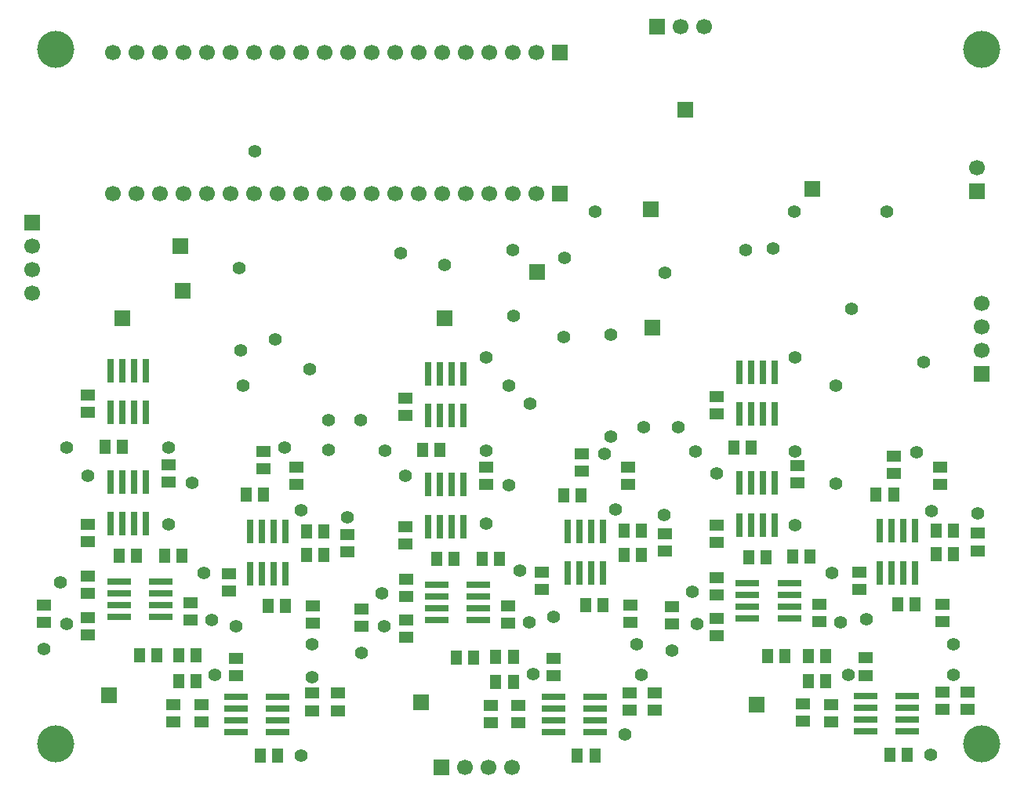
<source format=gbs>
G04 Layer_Color=16711935*
%FSAX44Y44*%
%MOMM*%
G71*
G01*
G75*
%ADD28R,2.5000X0.8000*%
%ADD29R,1.1652X1.6224*%
%ADD30R,1.6224X1.1652*%
%ADD31C,4.0000*%
%ADD32R,1.7000X1.7000*%
%ADD33C,1.7000*%
%ADD34R,1.7000X1.7000*%
%ADD35C,1.4000*%
%ADD36R,0.8000X2.5000*%
D28*
X00345000Y00137702D02*
D03*
Y00150402D02*
D03*
Y00163102D02*
D03*
Y00175802D02*
D03*
X00390000Y00137702D02*
D03*
Y00150402D02*
D03*
Y00163102D02*
D03*
Y00175802D02*
D03*
X00218750Y00262002D02*
D03*
Y00274702D02*
D03*
Y00287402D02*
D03*
Y00300102D02*
D03*
X00263750Y00262002D02*
D03*
Y00274702D02*
D03*
Y00287402D02*
D03*
Y00300102D02*
D03*
X00732500Y00175802D02*
D03*
Y00163102D02*
D03*
Y00150402D02*
D03*
Y00137702D02*
D03*
X00687500Y00175802D02*
D03*
Y00163102D02*
D03*
Y00150402D02*
D03*
Y00137702D02*
D03*
X00606852Y00297092D02*
D03*
Y00284393D02*
D03*
Y00271693D02*
D03*
Y00258993D02*
D03*
X00561852Y00297092D02*
D03*
Y00284393D02*
D03*
Y00271693D02*
D03*
Y00258993D02*
D03*
X01070000Y00176604D02*
D03*
Y00163904D02*
D03*
Y00151204D02*
D03*
Y00138504D02*
D03*
X01025000Y00176604D02*
D03*
Y00163904D02*
D03*
Y00151204D02*
D03*
Y00138504D02*
D03*
X00942400Y00298898D02*
D03*
Y00286198D02*
D03*
Y00273498D02*
D03*
Y00260798D02*
D03*
X00897400Y00298898D02*
D03*
Y00286198D02*
D03*
Y00273498D02*
D03*
Y00260798D02*
D03*
D29*
X00301898Y00220602D02*
D03*
X00283102D02*
D03*
X00390000Y00112500D02*
D03*
X00371204D02*
D03*
X00440000Y00354398D02*
D03*
X00421204D02*
D03*
X00625602Y00219398D02*
D03*
X00644398D02*
D03*
X00713704Y00112500D02*
D03*
X00732500D02*
D03*
X00782500Y00355200D02*
D03*
X00763704D02*
D03*
X00963102Y00220200D02*
D03*
X00981898D02*
D03*
X01051204Y00113302D02*
D03*
X01070000D02*
D03*
X01101204Y00355802D02*
D03*
X01120000D02*
D03*
X00218602Y00328102D02*
D03*
X00237398D02*
D03*
X00203602Y00446102D02*
D03*
X00222398D02*
D03*
X00268102Y00328102D02*
D03*
X00286898D02*
D03*
X00301898Y00193102D02*
D03*
X00283102D02*
D03*
X00259398Y00220602D02*
D03*
X00240602D02*
D03*
X00421204Y00329398D02*
D03*
X00440000D02*
D03*
X00379706Y00274398D02*
D03*
X00398502D02*
D03*
X00356204Y00394398D02*
D03*
X00375000D02*
D03*
X00580500Y00325093D02*
D03*
X00561704D02*
D03*
X00565500Y00443092D02*
D03*
X00546704D02*
D03*
X00644398Y00191898D02*
D03*
X00625602D02*
D03*
X00629500Y00325093D02*
D03*
X00610704D02*
D03*
X00583102Y00218796D02*
D03*
X00601898D02*
D03*
X00782500Y00329598D02*
D03*
X00763704D02*
D03*
X00741002Y00275200D02*
D03*
X00722206D02*
D03*
X00717500Y00393996D02*
D03*
X00698704D02*
D03*
X00898650Y00326898D02*
D03*
X00917446D02*
D03*
X00901048Y00444898D02*
D03*
X00882252D02*
D03*
X00963102Y00193302D02*
D03*
X00981898D02*
D03*
X00946252Y00327398D02*
D03*
X00965048D02*
D03*
X00937446Y00220000D02*
D03*
X00918650D02*
D03*
X01101204Y00330200D02*
D03*
X01120000D02*
D03*
X01059706Y00275802D02*
D03*
X01078502D02*
D03*
X01036204Y00394598D02*
D03*
X01055000D02*
D03*
D30*
X00185000Y00483102D02*
D03*
Y00501898D02*
D03*
X00307500Y00167500D02*
D03*
Y00148704D02*
D03*
X00185000Y00343704D02*
D03*
Y00362500D02*
D03*
X00272300Y00408102D02*
D03*
Y00426898D02*
D03*
X00345000Y00217300D02*
D03*
Y00198504D02*
D03*
X00296000Y00258704D02*
D03*
Y00277500D02*
D03*
X00185000Y00242704D02*
D03*
Y00261500D02*
D03*
X00337700Y00309398D02*
D03*
Y00290602D02*
D03*
X00528102Y00498889D02*
D03*
Y00480093D02*
D03*
X00650000Y00148102D02*
D03*
Y00166898D02*
D03*
X00528102Y00341297D02*
D03*
Y00360093D02*
D03*
X00615402Y00405093D02*
D03*
Y00423889D02*
D03*
X00687500Y00198504D02*
D03*
Y00217300D02*
D03*
X00675000Y00310694D02*
D03*
Y00291898D02*
D03*
X00639102Y00255695D02*
D03*
Y00274491D02*
D03*
X00528404Y00240196D02*
D03*
Y00258993D02*
D03*
X00863650Y00500694D02*
D03*
Y00481898D02*
D03*
X00987500Y00148704D02*
D03*
Y00167500D02*
D03*
X00863650Y00361898D02*
D03*
Y00343102D02*
D03*
X00950950Y00425694D02*
D03*
Y00406898D02*
D03*
X01025000Y00199306D02*
D03*
Y00218102D02*
D03*
X01017700Y00292006D02*
D03*
Y00310802D02*
D03*
X00974650Y00257500D02*
D03*
Y00276296D02*
D03*
X00863952Y00242002D02*
D03*
Y00260798D02*
D03*
X00427500Y00161204D02*
D03*
Y00180000D02*
D03*
X00428102Y00274398D02*
D03*
Y00255602D02*
D03*
X00465602Y00332500D02*
D03*
Y00351296D02*
D03*
X00455000Y00180000D02*
D03*
Y00161204D02*
D03*
X00277500Y00167500D02*
D03*
Y00148704D02*
D03*
X00410000Y00424398D02*
D03*
Y00405602D02*
D03*
X00375000Y00441296D02*
D03*
Y00422500D02*
D03*
X00137500Y00256204D02*
D03*
Y00275000D02*
D03*
X00770000Y00161404D02*
D03*
Y00180200D02*
D03*
X00770602Y00256404D02*
D03*
Y00275200D02*
D03*
X00808102Y00352098D02*
D03*
Y00333302D02*
D03*
X00797500Y00161404D02*
D03*
Y00180200D02*
D03*
X00620000Y00148102D02*
D03*
Y00166898D02*
D03*
X00768102Y00405200D02*
D03*
Y00423996D02*
D03*
X00718102Y00419491D02*
D03*
Y00438287D02*
D03*
X00480602Y00270694D02*
D03*
Y00251898D02*
D03*
X01107500Y00162206D02*
D03*
Y00181002D02*
D03*
X01108102Y00257006D02*
D03*
Y00275802D02*
D03*
X01145602Y00352700D02*
D03*
Y00333904D02*
D03*
X01135000Y00181002D02*
D03*
Y00162206D02*
D03*
X00957500Y00168302D02*
D03*
Y00149506D02*
D03*
X01105602Y00423996D02*
D03*
Y00405200D02*
D03*
X01055000Y00436296D02*
D03*
Y00417500D02*
D03*
X00816150Y00254702D02*
D03*
Y00273498D02*
D03*
X00185000Y00306500D02*
D03*
Y00287704D02*
D03*
X00528404Y00284393D02*
D03*
Y00303188D02*
D03*
X00863952Y00304994D02*
D03*
Y00286198D02*
D03*
D31*
X01150000Y00875000D02*
D03*
X00150000D02*
D03*
X01150000Y00125000D02*
D03*
X00150000D02*
D03*
D32*
X00694800Y00872400D02*
D03*
Y00720000D02*
D03*
X01145000Y00722500D02*
D03*
X00285000Y00662500D02*
D03*
X00799600Y00900000D02*
D03*
X00566700Y00100000D02*
D03*
D33*
X00669400Y00872400D02*
D03*
X00644000D02*
D03*
X00618600D02*
D03*
X00593200D02*
D03*
X00567800D02*
D03*
X00542400D02*
D03*
X00517000D02*
D03*
X00491600D02*
D03*
X00466200D02*
D03*
X00440800D02*
D03*
X00415400D02*
D03*
X00390000D02*
D03*
X00364600D02*
D03*
X00339200D02*
D03*
X00313800D02*
D03*
X00212200D02*
D03*
X00237600D02*
D03*
X00263000D02*
D03*
X00288400D02*
D03*
Y00720000D02*
D03*
X00263000D02*
D03*
X00237600D02*
D03*
X00212200D02*
D03*
X00313800D02*
D03*
X00339200D02*
D03*
X00364600D02*
D03*
X00390000D02*
D03*
X00415400D02*
D03*
X00440800D02*
D03*
X00466200D02*
D03*
X00491600D02*
D03*
X00517000D02*
D03*
X00542400D02*
D03*
X00567800D02*
D03*
X00593200D02*
D03*
X00618600D02*
D03*
X00644000D02*
D03*
X00669400D02*
D03*
X00125000Y00611700D02*
D03*
Y00637100D02*
D03*
Y00662500D02*
D03*
X01145000Y00747900D02*
D03*
X00850400Y00900000D02*
D03*
X00825000D02*
D03*
X01150000Y00600800D02*
D03*
Y00575400D02*
D03*
Y00550000D02*
D03*
X00642900Y00100000D02*
D03*
X00617500D02*
D03*
X00592100D02*
D03*
D34*
X00125000Y00687900D02*
D03*
X00207500Y00177500D02*
D03*
X00222500Y00585000D02*
D03*
X00670000Y00635000D02*
D03*
X00792500Y00702500D02*
D03*
X00287500Y00615000D02*
D03*
X00967500Y00725000D02*
D03*
X00795000Y00575000D02*
D03*
X00830000Y00810000D02*
D03*
X00570000Y00585000D02*
D03*
X01150000Y00524600D02*
D03*
X00545000Y00170000D02*
D03*
X00907500Y00167500D02*
D03*
D35*
X00755000Y00378796D02*
D03*
X00651296Y00312500D02*
D03*
X00505000Y00252500D02*
D03*
X00427500Y00232500D02*
D03*
X00415000Y00377500D02*
D03*
X00480602Y00223194D02*
D03*
X00465000Y00370000D02*
D03*
X00425000Y00530000D02*
D03*
X00644000Y00659000D02*
D03*
X00700000Y00650000D02*
D03*
X00365000Y00765000D02*
D03*
X01047500Y00700000D02*
D03*
X00947500D02*
D03*
X00732500D02*
D03*
X00925000Y00660000D02*
D03*
X00895302Y00658698D02*
D03*
X01010000Y00595000D02*
D03*
X01087500Y00537500D02*
D03*
X00992500Y00512500D02*
D03*
X00948850Y00542500D02*
D03*
X01080000Y00440000D02*
D03*
X01145602Y00373796D02*
D03*
X01095602Y00376496D02*
D03*
X01120000Y00232500D02*
D03*
Y00200000D02*
D03*
X01095000Y00113302D02*
D03*
X01006150Y00200000D02*
D03*
X00997446Y00256204D02*
D03*
X01025602Y00260000D02*
D03*
X00988650Y00310000D02*
D03*
X00948850Y00361898D02*
D03*
X00992500Y00406496D02*
D03*
X00948850Y00441150D02*
D03*
X00822500Y00467500D02*
D03*
X00841150Y00440798D02*
D03*
X00785000Y00467500D02*
D03*
X00750000Y00457500D02*
D03*
X00743102Y00438194D02*
D03*
X00662500Y00492500D02*
D03*
X00640000Y00512500D02*
D03*
X00615402Y00542500D02*
D03*
X00698704Y00565000D02*
D03*
X00645000Y00587500D02*
D03*
X00570000Y00642500D02*
D03*
X00522500Y00655000D02*
D03*
X00348604Y00638896D02*
D03*
X00162500Y00445000D02*
D03*
X00272300D02*
D03*
X00185000Y00415000D02*
D03*
X00272300Y00362500D02*
D03*
X00297500Y00407500D02*
D03*
X00310000Y00310000D02*
D03*
X00318796Y00258704D02*
D03*
X00345000Y00252500D02*
D03*
X00322500Y00200000D02*
D03*
X00415000Y00112500D02*
D03*
X00765000Y00135000D02*
D03*
X00782500Y00200000D02*
D03*
X00777500Y00232500D02*
D03*
X00816150Y00225998D02*
D03*
X00842500Y00255000D02*
D03*
X00838048Y00289306D02*
D03*
X00807500Y00372500D02*
D03*
X00640000Y00405000D02*
D03*
X00615402Y00441991D02*
D03*
X00480000Y00475000D02*
D03*
X00445000D02*
D03*
X00397500Y00445000D02*
D03*
X00352500Y00512500D02*
D03*
X00350000Y00550000D02*
D03*
X00387500Y00562500D02*
D03*
X00137500Y00227500D02*
D03*
X00162500Y00255000D02*
D03*
X00155000Y00300000D02*
D03*
X00750000Y00567500D02*
D03*
X00863650Y00417500D02*
D03*
X00665602Y00200694D02*
D03*
X00661898Y00256898D02*
D03*
X00688102Y00262500D02*
D03*
X00615402Y00363194D02*
D03*
X00527500Y00415000D02*
D03*
X00505602Y00441991D02*
D03*
X00445000Y00442500D02*
D03*
X00427500Y00197500D02*
D03*
X00808102Y00634398D02*
D03*
X00502500Y00287500D02*
D03*
D36*
X00247700Y00483102D02*
D03*
X00235000D02*
D03*
X00222300D02*
D03*
X00209600D02*
D03*
X00247700Y00528102D02*
D03*
X00235000D02*
D03*
X00222300D02*
D03*
X00209600D02*
D03*
Y00408102D02*
D03*
X00222300D02*
D03*
X00235000D02*
D03*
X00247700D02*
D03*
X00209600Y00363102D02*
D03*
X00222300D02*
D03*
X00235000D02*
D03*
X00247700D02*
D03*
X00360402Y00354398D02*
D03*
X00373102D02*
D03*
X00385802D02*
D03*
X00398502D02*
D03*
X00360402Y00309398D02*
D03*
X00373102D02*
D03*
X00385802D02*
D03*
X00398502D02*
D03*
X00552702Y00525093D02*
D03*
X00565402D02*
D03*
X00578102D02*
D03*
X00590802D02*
D03*
X00552702Y00480093D02*
D03*
X00565402D02*
D03*
X00578102D02*
D03*
X00590802D02*
D03*
Y00360093D02*
D03*
X00578102D02*
D03*
X00565402D02*
D03*
X00552702D02*
D03*
X00590802Y00405093D02*
D03*
X00578102D02*
D03*
X00565402D02*
D03*
X00552702D02*
D03*
X00741002Y00309598D02*
D03*
X00728302D02*
D03*
X00715602D02*
D03*
X00702902D02*
D03*
X00741002Y00354598D02*
D03*
X00728302D02*
D03*
X00715602D02*
D03*
X00702902D02*
D03*
X00926350Y00481898D02*
D03*
X00913650D02*
D03*
X00900950D02*
D03*
X00888250D02*
D03*
X00926350Y00526898D02*
D03*
X00913650D02*
D03*
X00900950D02*
D03*
X00888250D02*
D03*
X00926350Y00361898D02*
D03*
X00913650D02*
D03*
X00900950D02*
D03*
X00888250D02*
D03*
X00926350Y00406898D02*
D03*
X00913650D02*
D03*
X00900950D02*
D03*
X00888250D02*
D03*
X01040402Y00355200D02*
D03*
X01053102D02*
D03*
X01065802D02*
D03*
X01078502D02*
D03*
X01040402Y00310200D02*
D03*
X01053102D02*
D03*
X01065802D02*
D03*
X01078502D02*
D03*
M02*

</source>
